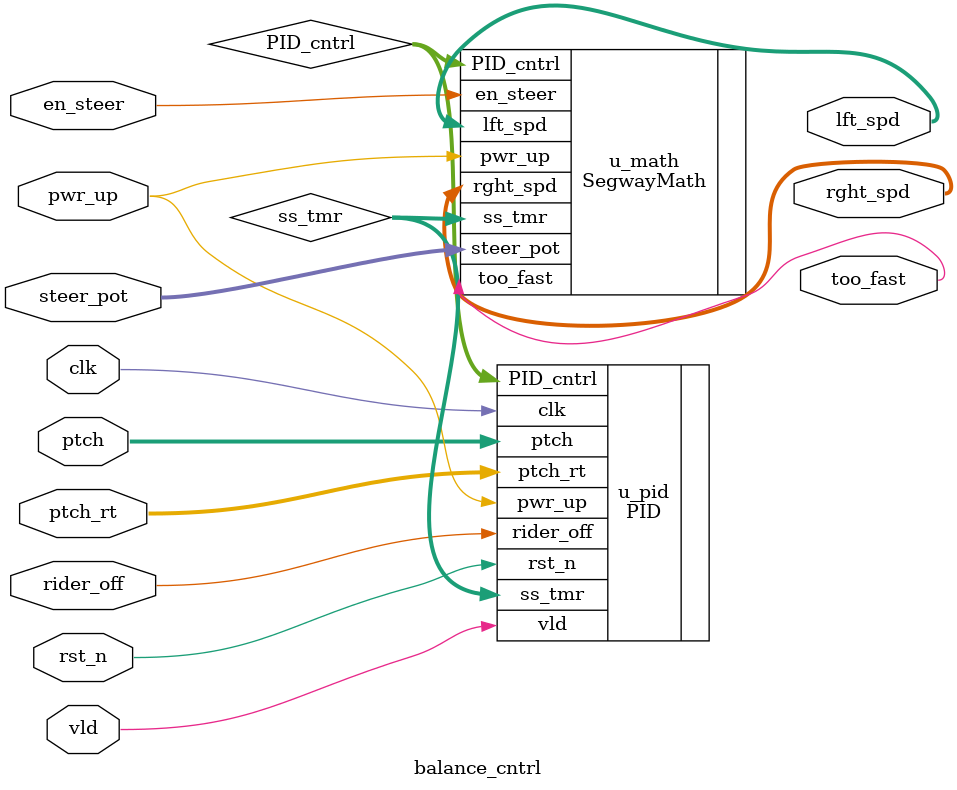
<source format=sv>
module balance_cntrl
#(parameter fast_sim = 1)
(
    input  logic           clk,       // 50 MHz system clock
    input  logic           rst_n,     // active low reset
    input  logic           vld,       // high when new inertial sensor reading (ptch) is ready
    input  logic signed [15:0] ptch,   // pitch from inertial_intf
    input  logic signed [15:0] ptch_rt,// pitch rate (degrees/sec) for D term
    input  logic           pwr_up,    // asserted when balance control powered up
    input  logic           rider_off, // asserted when no rider detected (clears integrator)
    input  logic [11:0]    steer_pot, // from A2D_intf
    input  logic           en_steer,  // enables steering control

    output logic signed [11:0] lft_spd, // left motor signed 12-bit speed
    output logic signed [11:0] rght_spd,// right motor signed 12-bit speed
    output logic               too_fast // rider approaching minimal control margin
);

    // Expose PID outputs from the PID instance
    logic signed [11:0] PID_cntrl;
    logic [7:0]        ss_tmr;   
    // Instantiate PID
    PID #(.fast_sim(fast_sim)) u_pid (
        .clk(clk),
        .rst_n(rst_n),
        .vld(vld),
        .pwr_up(pwr_up),
        .rider_off(rider_off),
        .ptch(ptch),
        .ptch_rt(ptch_rt),
        .PID_cntrl(PID_cntrl),
        .ss_tmr(ss_tmr)
    );

    SegwayMath u_math (
        .PID_cntrl(PID_cntrl),
        .ss_tmr(ss_tmr),
        .steer_pot(steer_pot),
        .en_steer(en_steer),
        .pwr_up(pwr_up),
        .lft_spd(lft_spd),
        .rght_spd(rght_spd),
        .too_fast(too_fast)
    );

endmodule

</source>
